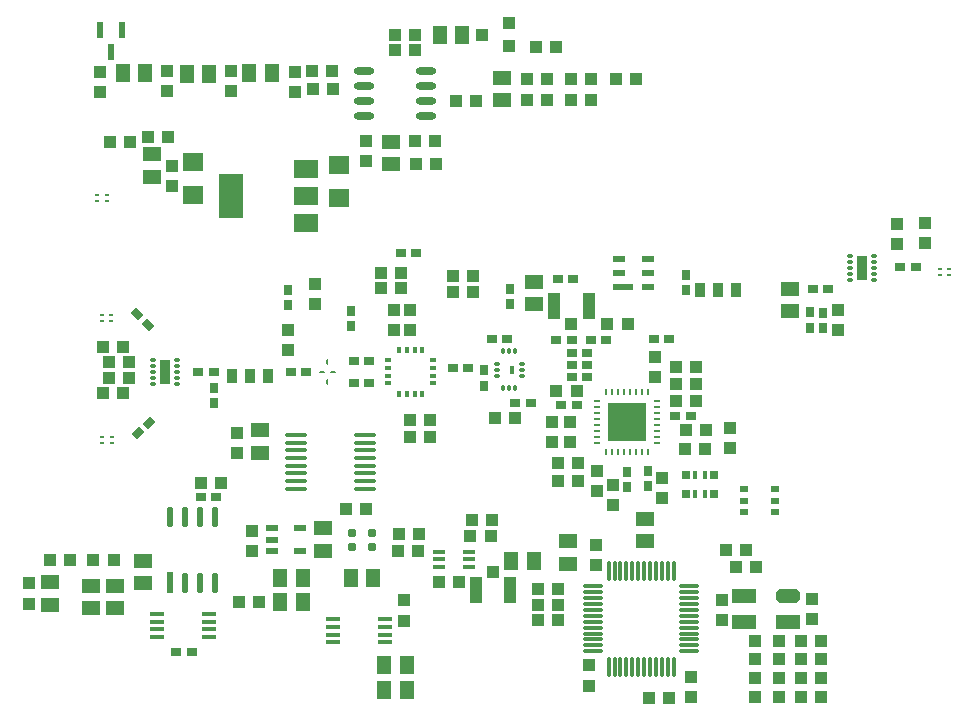
<source format=gbr>
G04 Layer_Color=8421504*
%FSLAX45Y45*%
%MOMM*%
%TF.FileFunction,Paste,Top*%
%TF.Part,Single*%
G01*
G75*
%TA.AperFunction,SMDPad,CuDef*%
G04:AMPARAMS|DCode=12|XSize=0.6mm|YSize=0.75mm|CornerRadius=0.15mm|HoleSize=0mm|Usage=FLASHONLY|Rotation=0.000|XOffset=0mm|YOffset=0mm|HoleType=Round|Shape=RoundedRectangle|*
%AMROUNDEDRECTD12*
21,1,0.60000,0.45000,0,0,0.0*
21,1,0.30000,0.75000,0,0,0.0*
1,1,0.30000,0.15000,-0.22500*
1,1,0.30000,-0.15000,-0.22500*
1,1,0.30000,-0.15000,0.22500*
1,1,0.30000,0.15000,0.22500*
%
%ADD12ROUNDEDRECTD12*%
%ADD13O,1.75000X0.30000*%
%ADD14O,0.30000X1.75000*%
%ADD15O,2.00000X0.35000*%
%ADD16R,0.60000X1.40000*%
%ADD17R,2.00660X1.49860*%
%ADD18R,2.00660X3.81000*%
%ADD19O,1.75000X0.60000*%
%ADD20R,1.10000X0.60000*%
%ADD21R,1.00000X1.05000*%
%ADD22R,1.05000X2.20000*%
%ADD23R,0.70000X0.50000*%
%ADD24R,1.01600X1.01600*%
%ADD25O,0.50800X1.77800*%
G04:AMPARAMS|DCode=26|XSize=1.778mm|YSize=0.508mm|CornerRadius=0.0254mm|HoleSize=0mm|Usage=FLASHONLY|Rotation=90.000|XOffset=0mm|YOffset=0mm|HoleType=Round|Shape=RoundedRectangle|*
%AMROUNDEDRECTD26*
21,1,1.77800,0.45720,0,0,90.0*
21,1,1.72720,0.50800,0,0,90.0*
1,1,0.05080,0.22860,0.86360*
1,1,0.05080,0.22860,-0.86360*
1,1,0.05080,-0.22860,-0.86360*
1,1,0.05080,-0.22860,0.86360*
%
%ADD26ROUNDEDRECTD26*%
%ADD27R,1.01600X0.30480*%
%ADD28R,0.65000X0.70000*%
%ADD29R,0.45000X0.70000*%
%ADD30R,1.14300X0.38100*%
%ADD31R,2.00000X1.20000*%
G04:AMPARAMS|DCode=32|XSize=2mm|YSize=1.2mm|CornerRadius=0mm|HoleSize=0mm|Usage=FLASHONLY|Rotation=180.000|XOffset=0mm|YOffset=0mm|HoleType=Round|Shape=Octagon|*
%AMOCTAGOND32*
4,1,8,-1.00000,0.30000,-1.00000,-0.30000,-0.70000,-0.60000,0.70000,-0.60000,1.00000,-0.30000,1.00000,0.30000,0.70000,0.60000,-0.70000,0.60000,-1.00000,0.30000,0.0*
%
%ADD32OCTAGOND32*%

%ADD33R,1.80000X1.60000*%
%ADD34R,1.50000X1.30000*%
%ADD35R,1.30000X1.50000*%
%ADD36R,1.00000X1.10000*%
%ADD37R,1.10000X1.00000*%
%ADD38R,0.70000X0.90000*%
%ADD39R,1.75000X0.60000*%
%ADD40R,1.00000X0.60000*%
%ADD41R,0.90000X2.10000*%
%ADD42O,0.60000X0.30000*%
%ADD43R,0.55000X0.30000*%
%ADD44R,0.30000X0.55000*%
%ADD45R,3.30000X3.30000*%
%ADD46O,0.25000X0.65000*%
%ADD47O,0.65000X0.25000*%
%ADD48O,0.30000X0.60000*%
%ADD49R,0.40000X0.80000*%
%ADD50R,0.90000X1.30000*%
%ADD51R,1.01600X1.01600*%
%ADD52R,0.38000X0.28000*%
G04:AMPARAMS|DCode=53|XSize=0.5mm|YSize=0.25mm|CornerRadius=0.0625mm|HoleSize=0mm|Usage=FLASHONLY|Rotation=90.000|XOffset=0mm|YOffset=0mm|HoleType=Round|Shape=RoundedRectangle|*
%AMROUNDEDRECTD53*
21,1,0.50000,0.12500,0,0,90.0*
21,1,0.37500,0.25000,0,0,90.0*
1,1,0.12500,0.06250,0.18750*
1,1,0.12500,0.06250,-0.18750*
1,1,0.12500,-0.06250,-0.18750*
1,1,0.12500,-0.06250,0.18750*
%
%ADD53ROUNDEDRECTD53*%
G04:AMPARAMS|DCode=54|XSize=0.5mm|YSize=0.25mm|CornerRadius=0.0625mm|HoleSize=0mm|Usage=FLASHONLY|Rotation=0.000|XOffset=0mm|YOffset=0mm|HoleType=Round|Shape=RoundedRectangle|*
%AMROUNDEDRECTD54*
21,1,0.50000,0.12500,0,0,0.0*
21,1,0.37500,0.25000,0,0,0.0*
1,1,0.12500,0.18750,-0.06250*
1,1,0.12500,-0.18750,-0.06250*
1,1,0.12500,-0.18750,0.06250*
1,1,0.12500,0.18750,0.06250*
%
%ADD54ROUNDEDRECTD54*%
%ADD55R,0.90000X0.70000*%
G04:AMPARAMS|DCode=56|XSize=0.7mm|YSize=0.9mm|CornerRadius=0mm|HoleSize=0mm|Usage=FLASHONLY|Rotation=135.000|XOffset=0mm|YOffset=0mm|HoleType=Round|Shape=Rectangle|*
%AMROTATEDRECTD56*
4,1,4,0.56569,0.07071,-0.07071,-0.56569,-0.56569,-0.07071,0.07071,0.56569,0.56569,0.07071,0.0*
%
%ADD56ROTATEDRECTD56*%

G04:AMPARAMS|DCode=57|XSize=0.7mm|YSize=0.9mm|CornerRadius=0mm|HoleSize=0mm|Usage=FLASHONLY|Rotation=225.000|XOffset=0mm|YOffset=0mm|HoleType=Round|Shape=Rectangle|*
%AMROTATEDRECTD57*
4,1,4,-0.07071,0.56569,0.56569,-0.07071,0.07071,-0.56569,-0.56569,0.07071,-0.07071,0.56569,0.0*
%
%ADD57ROTATEDRECTD57*%

D12*
X3243604Y1902204D02*
D03*
Y1789204D02*
D03*
X3408604D02*
D03*
Y1902204D02*
D03*
D13*
X6097500Y905000D02*
D03*
Y955000D02*
D03*
Y1005000D02*
D03*
Y1055000D02*
D03*
Y1105000D02*
D03*
Y1155000D02*
D03*
Y1205000D02*
D03*
Y1255000D02*
D03*
Y1305000D02*
D03*
Y1355000D02*
D03*
Y1405000D02*
D03*
Y1455000D02*
D03*
X5282500D02*
D03*
Y1405000D02*
D03*
Y1355000D02*
D03*
Y1305000D02*
D03*
Y1255000D02*
D03*
Y1205000D02*
D03*
Y1155000D02*
D03*
Y1105000D02*
D03*
Y1055000D02*
D03*
Y1005000D02*
D03*
Y955000D02*
D03*
Y905000D02*
D03*
D14*
X5965000Y1587500D02*
D03*
X5915000D02*
D03*
X5865000D02*
D03*
X5815000D02*
D03*
X5765000D02*
D03*
X5715000D02*
D03*
X5665000D02*
D03*
X5615000D02*
D03*
X5565000D02*
D03*
X5515000D02*
D03*
X5465000D02*
D03*
X5415000D02*
D03*
Y772500D02*
D03*
X5465000D02*
D03*
X5515000D02*
D03*
X5565000D02*
D03*
X5615000D02*
D03*
X5665000D02*
D03*
X5715000D02*
D03*
X5765000D02*
D03*
X5815000D02*
D03*
X5865000D02*
D03*
X5915000D02*
D03*
X5965000D02*
D03*
D15*
X3350000Y2282500D02*
D03*
Y2347500D02*
D03*
Y2412500D02*
D03*
Y2477500D02*
D03*
Y2542500D02*
D03*
Y2607500D02*
D03*
Y2672500D02*
D03*
Y2737500D02*
D03*
X2770000Y2282500D02*
D03*
Y2347500D02*
D03*
Y2412500D02*
D03*
Y2477500D02*
D03*
Y2542500D02*
D03*
Y2607500D02*
D03*
Y2672500D02*
D03*
Y2737500D02*
D03*
D16*
X1295000Y6165000D02*
D03*
X1105000D02*
D03*
X1200000Y5975000D02*
D03*
D17*
X2851780Y4991140D02*
D03*
Y4760000D02*
D03*
Y4528860D02*
D03*
D18*
X2221860Y4760000D02*
D03*
D19*
X3871102Y5433703D02*
D03*
Y5560703D02*
D03*
Y5687703D02*
D03*
Y5814703D02*
D03*
X3346102Y5433703D02*
D03*
Y5560703D02*
D03*
Y5687703D02*
D03*
Y5814703D02*
D03*
D20*
X2806104Y1945704D02*
D03*
Y1755704D02*
D03*
X2566104D02*
D03*
Y1850704D02*
D03*
Y1945704D02*
D03*
D21*
X4436104Y1575954D02*
D03*
X5100000Y3679750D02*
D03*
D22*
X4583604Y1425704D02*
D03*
X4288604D02*
D03*
X4952500Y3830000D02*
D03*
X5247500D02*
D03*
D23*
X6827500Y2275000D02*
D03*
Y2180000D02*
D03*
Y2085000D02*
D03*
X6562500D02*
D03*
Y2180000D02*
D03*
Y2275000D02*
D03*
D24*
X4570362Y6027683D02*
D03*
Y6220723D02*
D03*
X4346842Y6121663D02*
D03*
D25*
X1698102Y2043603D02*
D03*
X1825102D02*
D03*
X1952102D02*
D03*
X2079102D02*
D03*
Y1484803D02*
D03*
X1952102D02*
D03*
X1825102D02*
D03*
D26*
X1698102D02*
D03*
D27*
X4233104Y1749204D02*
D03*
Y1685704D02*
D03*
Y1622204D02*
D03*
X3979104D02*
D03*
Y1685704D02*
D03*
Y1749204D02*
D03*
D28*
X6070000Y2240000D02*
D03*
Y2400000D02*
D03*
X6310000Y2240000D02*
D03*
Y2400000D02*
D03*
D29*
X6150000Y2240000D02*
D03*
Y2400000D02*
D03*
X6230000Y2240000D02*
D03*
Y2400000D02*
D03*
D30*
X3083601Y1176714D02*
D03*
Y1111690D02*
D03*
Y1046666D02*
D03*
Y981642D02*
D03*
X3523601Y981689D02*
D03*
Y1046713D02*
D03*
Y1111737D02*
D03*
Y1176761D02*
D03*
X2028602Y1026691D02*
D03*
Y1091715D02*
D03*
Y1156739D02*
D03*
Y1221763D02*
D03*
X1588602Y1221715D02*
D03*
Y1156691D02*
D03*
Y1091667D02*
D03*
Y1026643D02*
D03*
D31*
X6930000Y1150000D02*
D03*
X6560000D02*
D03*
Y1370000D02*
D03*
D32*
X6930000D02*
D03*
D33*
X1900000Y4770000D02*
D03*
Y5050000D02*
D03*
X3130000Y5020000D02*
D03*
Y4740000D02*
D03*
D34*
X688602Y1489203D02*
D03*
Y1299203D02*
D03*
X1468602Y1669203D02*
D03*
Y1479203D02*
D03*
X4780000Y4035000D02*
D03*
Y3845000D02*
D03*
X1028602Y1459203D02*
D03*
Y1269203D02*
D03*
X1238602Y1459203D02*
D03*
Y1269203D02*
D03*
X1547500Y4922500D02*
D03*
Y5112500D02*
D03*
X3568602Y5219203D02*
D03*
Y5029203D02*
D03*
X4508602Y5569203D02*
D03*
Y5759203D02*
D03*
X5070000Y1645000D02*
D03*
Y1835000D02*
D03*
X5720000Y2025000D02*
D03*
Y1835000D02*
D03*
X2996103Y1945704D02*
D03*
Y1755704D02*
D03*
X2460000Y2585000D02*
D03*
Y2775000D02*
D03*
X6950000Y3975000D02*
D03*
Y3785000D02*
D03*
D35*
X3515000Y580000D02*
D03*
X3705000D02*
D03*
X2633602Y1324203D02*
D03*
X2823602D02*
D03*
X3233602Y1524203D02*
D03*
X3423602D02*
D03*
X2633602D02*
D03*
X2823602D02*
D03*
X3983602Y6124203D02*
D03*
X4173602D02*
D03*
X1493602Y5804203D02*
D03*
X1303602D02*
D03*
X2033602Y5794203D02*
D03*
X1843602D02*
D03*
X2563602Y5804203D02*
D03*
X2373602D02*
D03*
X4591103Y1665704D02*
D03*
X4781103D02*
D03*
X3705000Y790000D02*
D03*
X3515000D02*
D03*
D36*
X7360000Y3795000D02*
D03*
Y3625000D02*
D03*
X2700000Y3455000D02*
D03*
Y3625000D02*
D03*
X3730000Y3795000D02*
D03*
Y3625000D02*
D03*
X3600000Y3795000D02*
D03*
Y3625000D02*
D03*
X5870000Y2375000D02*
D03*
Y2205000D02*
D03*
X5448602Y2314203D02*
D03*
Y2144203D02*
D03*
X5808602Y3224203D02*
D03*
Y3394203D02*
D03*
X4938602Y2844203D02*
D03*
Y2674203D02*
D03*
X5320001Y2430001D02*
D03*
Y2260002D02*
D03*
X5088602Y2844203D02*
D03*
Y2674203D02*
D03*
X2396103Y1750704D02*
D03*
Y1920704D02*
D03*
X3680000Y1165000D02*
D03*
Y1335000D02*
D03*
X5310000Y1635000D02*
D03*
Y1805000D02*
D03*
X5250000Y785000D02*
D03*
Y615000D02*
D03*
X6110000Y685000D02*
D03*
Y515000D02*
D03*
X6375001Y1170001D02*
D03*
Y1340001D02*
D03*
X7140000Y1345000D02*
D03*
Y1175000D02*
D03*
X1720000Y4845000D02*
D03*
Y5015000D02*
D03*
X2930000Y3845000D02*
D03*
Y4015000D02*
D03*
X2270000Y2585000D02*
D03*
Y2755000D02*
D03*
X7855000Y4350000D02*
D03*
Y4520000D02*
D03*
X3358602Y5059203D02*
D03*
Y5229203D02*
D03*
X1678602Y5649203D02*
D03*
Y5819203D02*
D03*
X2218602Y5649203D02*
D03*
Y5819203D02*
D03*
X508602Y1479203D02*
D03*
Y1309203D02*
D03*
X8095000Y4360000D02*
D03*
Y4530000D02*
D03*
X2758602Y5809203D02*
D03*
Y5639203D02*
D03*
X1108602Y5809203D02*
D03*
Y5639203D02*
D03*
X6440000Y2625000D02*
D03*
Y2795000D02*
D03*
D37*
X3655000Y3980000D02*
D03*
X3485000D02*
D03*
X3735000Y2720000D02*
D03*
X3905000D02*
D03*
X3735000Y2860000D02*
D03*
X3905000D02*
D03*
X5143602Y3109203D02*
D03*
X4973602D02*
D03*
X6073602Y2779203D02*
D03*
X6243602D02*
D03*
X5155001Y2345001D02*
D03*
X4985001D02*
D03*
X6155001Y3170002D02*
D03*
X5985001D02*
D03*
X5985001Y3020002D02*
D03*
X6155001D02*
D03*
X1965000Y2330000D02*
D03*
X2135000D02*
D03*
X3631103Y1755704D02*
D03*
X3801103D02*
D03*
X4425000Y2020000D02*
D03*
X4255000D02*
D03*
X4245000Y1880000D02*
D03*
X4415000D02*
D03*
X3811104Y1895704D02*
D03*
X3641104D02*
D03*
X3191103Y2105704D02*
D03*
X3361103D02*
D03*
X6495000Y1620000D02*
D03*
X6665000D02*
D03*
X1517500Y5257500D02*
D03*
X1687500D02*
D03*
X1365000Y5220000D02*
D03*
X1195000D02*
D03*
X4623607Y2884205D02*
D03*
X4453607D02*
D03*
X1355000Y3350000D02*
D03*
X1185000D02*
D03*
X1355000Y3220000D02*
D03*
X1185000D02*
D03*
X6405000Y1760000D02*
D03*
X6575000D02*
D03*
X4265000Y3950000D02*
D03*
X4095000D02*
D03*
X4265000Y4080000D02*
D03*
X4095000D02*
D03*
X3603602Y5994203D02*
D03*
X3773602D02*
D03*
Y6124203D02*
D03*
X3603602D02*
D03*
X3073602Y5814203D02*
D03*
X2903602D02*
D03*
X3953602Y5034203D02*
D03*
X3783602D02*
D03*
X3083602Y5664203D02*
D03*
X2913602D02*
D03*
X4123602Y5564203D02*
D03*
X4293602D02*
D03*
X3943602Y5224203D02*
D03*
X3773602D02*
D03*
X5643602Y5754203D02*
D03*
X5473602D02*
D03*
X4723602D02*
D03*
X4893602D02*
D03*
X5155001Y2495002D02*
D03*
X4985001D02*
D03*
X5988602Y3314203D02*
D03*
X6158602D02*
D03*
X6230001Y2620001D02*
D03*
X6060001D02*
D03*
X2453602Y1324203D02*
D03*
X2283602D02*
D03*
X853602Y1674203D02*
D03*
X683602D02*
D03*
X1223602D02*
D03*
X1053602D02*
D03*
X4151104Y1495704D02*
D03*
X3981104D02*
D03*
X7209599Y515402D02*
D03*
X7039599D02*
D03*
X7209599Y675401D02*
D03*
X7039599D02*
D03*
X7209599Y835401D02*
D03*
X7039599D02*
D03*
X7209599Y995402D02*
D03*
X7039599D02*
D03*
X5755000Y510000D02*
D03*
X5925000D02*
D03*
X4815000Y1430000D02*
D03*
X4985000D02*
D03*
X4815000Y1300000D02*
D03*
X4985000D02*
D03*
X4815000Y1170000D02*
D03*
X4985000D02*
D03*
X3655000Y4110000D02*
D03*
X3485000D02*
D03*
X4803602Y6024203D02*
D03*
X4973602D02*
D03*
X5263602Y5754203D02*
D03*
X5093602D02*
D03*
X5263602Y5574203D02*
D03*
X5093602D02*
D03*
X4893602D02*
D03*
X4723602D02*
D03*
X1305000Y3480000D02*
D03*
X1135000D02*
D03*
X1135000Y3090000D02*
D03*
X1305000D02*
D03*
X5405000Y3680000D02*
D03*
X5575000D02*
D03*
D38*
X3230000Y3655000D02*
D03*
Y3785000D02*
D03*
X2700000Y3965000D02*
D03*
Y3835000D02*
D03*
X5745001Y2435002D02*
D03*
Y2305002D02*
D03*
X4580000Y3975000D02*
D03*
Y3845000D02*
D03*
X2070000Y3135000D02*
D03*
Y3005000D02*
D03*
X4360000Y3285000D02*
D03*
Y3155000D02*
D03*
X5568602Y2424203D02*
D03*
Y2294203D02*
D03*
X6070000Y3965000D02*
D03*
Y4095000D02*
D03*
X7120000Y3645000D02*
D03*
Y3775000D02*
D03*
X7230000Y3640000D02*
D03*
Y3770000D02*
D03*
D39*
X5537500Y3990000D02*
D03*
D40*
X5500000Y4110000D02*
D03*
Y4230000D02*
D03*
X5750000D02*
D03*
Y4110000D02*
D03*
Y3990000D02*
D03*
D41*
X7560000Y4150000D02*
D03*
X1658601Y3269201D02*
D03*
D42*
X7665000Y4250000D02*
D03*
Y4200000D02*
D03*
Y4150000D02*
D03*
Y4100000D02*
D03*
Y4050000D02*
D03*
X7455000D02*
D03*
Y4100000D02*
D03*
Y4150000D02*
D03*
Y4200000D02*
D03*
Y4250000D02*
D03*
X4468605Y3339204D02*
D03*
Y3289204D02*
D03*
Y3239204D02*
D03*
X4678605D02*
D03*
Y3289204D02*
D03*
Y3339204D02*
D03*
X1763601Y3369202D02*
D03*
Y3319201D02*
D03*
Y3269201D02*
D03*
Y3219201D02*
D03*
Y3169201D02*
D03*
X1553601D02*
D03*
Y3219201D02*
D03*
Y3269201D02*
D03*
Y3319201D02*
D03*
Y3369202D02*
D03*
D43*
X3927500Y3172500D02*
D03*
Y3237500D02*
D03*
X3930000Y3302500D02*
D03*
X3930000Y3367500D02*
D03*
X3550000D02*
D03*
Y3302500D02*
D03*
Y3237500D02*
D03*
Y3172500D02*
D03*
D44*
X3837500Y3457500D02*
D03*
X3772500D02*
D03*
X3707500D02*
D03*
X3642500D02*
D03*
Y3082500D02*
D03*
X3707500D02*
D03*
X3772500D02*
D03*
X3837500D02*
D03*
D45*
X5570001Y2845001D02*
D03*
D46*
X5745001Y2592501D02*
D03*
X5695001D02*
D03*
X5645001D02*
D03*
X5595002D02*
D03*
X5545001D02*
D03*
X5495001D02*
D03*
X5445001D02*
D03*
X5395001D02*
D03*
Y3097501D02*
D03*
X5445001D02*
D03*
X5495001D02*
D03*
X5545001D02*
D03*
X5595002D02*
D03*
X5645001D02*
D03*
X5695001D02*
D03*
X5745001D02*
D03*
D47*
X5317501Y2670001D02*
D03*
Y2720001D02*
D03*
Y2770001D02*
D03*
Y2820001D02*
D03*
Y2870001D02*
D03*
Y2920001D02*
D03*
Y2970001D02*
D03*
Y3020001D02*
D03*
X5822501D02*
D03*
Y2970001D02*
D03*
Y2920001D02*
D03*
Y2870001D02*
D03*
Y2820001D02*
D03*
Y2770001D02*
D03*
Y2720001D02*
D03*
Y2670001D02*
D03*
D48*
X4623605Y3444204D02*
D03*
X4573605D02*
D03*
X4523605D02*
D03*
Y3134204D02*
D03*
X4573605D02*
D03*
X4623605D02*
D03*
D49*
X4593605Y3289204D02*
D03*
D50*
X2230000Y3237500D02*
D03*
X2530000D02*
D03*
X2380000D02*
D03*
X6340000Y3967500D02*
D03*
X6490000D02*
D03*
X6190000D02*
D03*
D51*
X6655539Y675401D02*
D03*
X6853659D02*
D03*
X6655539Y515402D02*
D03*
X6853659D02*
D03*
X6655539Y835401D02*
D03*
X6853659D02*
D03*
X6655539Y995402D02*
D03*
X6853659D02*
D03*
D52*
X1207500Y2667500D02*
D03*
X1127500D02*
D03*
Y2717500D02*
D03*
X1207500D02*
D03*
X1167500Y4717500D02*
D03*
X1087500D02*
D03*
Y4767500D02*
D03*
X1167500D02*
D03*
X8300000Y4090000D02*
D03*
X8220000D02*
D03*
Y4140000D02*
D03*
X8300000D02*
D03*
X1202500Y3702500D02*
D03*
X1122500D02*
D03*
Y3752500D02*
D03*
X1202500D02*
D03*
D53*
X3033601Y3186702D02*
D03*
Y3351702D02*
D03*
D54*
X2988601Y3269202D02*
D03*
X3078601D02*
D03*
D55*
X5980001Y2895002D02*
D03*
X6110001D02*
D03*
X5143602Y2989203D02*
D03*
X5013602D02*
D03*
X5925000Y3550000D02*
D03*
X5795000D02*
D03*
X5103602Y3329203D02*
D03*
X5233602D02*
D03*
X5103602Y3429203D02*
D03*
X5233602D02*
D03*
X1965000Y2210000D02*
D03*
X2095000D02*
D03*
X4623606Y3009205D02*
D03*
X4753606D02*
D03*
X3388602Y3364203D02*
D03*
X3258602D02*
D03*
X2070000Y3269201D02*
D03*
X1940000D02*
D03*
X2855000Y3270000D02*
D03*
X2725000D02*
D03*
X3387500Y3175000D02*
D03*
X3257500D02*
D03*
X4225000Y3300000D02*
D03*
X4095000D02*
D03*
X3785000Y4280000D02*
D03*
X3655000D02*
D03*
X8015000Y4160000D02*
D03*
X7885000D02*
D03*
X5233602Y3229203D02*
D03*
X5103602D02*
D03*
X5263602Y3539203D02*
D03*
X5393602D02*
D03*
X4973602D02*
D03*
X5103602D02*
D03*
X1755000Y900000D02*
D03*
X1885000D02*
D03*
X7275000Y3970000D02*
D03*
X7145000D02*
D03*
X5115000Y4060000D02*
D03*
X4985000D02*
D03*
X4555000Y3550000D02*
D03*
X4425000D02*
D03*
D56*
X1431538Y2749038D02*
D03*
X1523462Y2840962D02*
D03*
D57*
X1424038Y3763462D02*
D03*
X1515962Y3671539D02*
D03*
%TF.MD5,41b68bd48c90b280d49e2113f849657a*%
M02*

</source>
